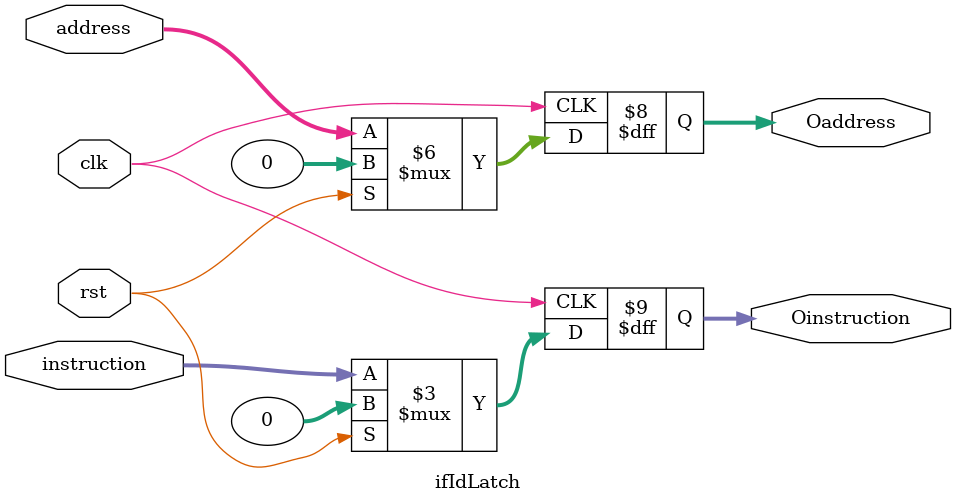
<source format=v>
module ifIdLatch(address, instruction, Oaddress, Oinstruction, clk, rst);
	input [31:0] address, instruction;
	input clk, rst;
	output reg [31:0] Oaddress, Oinstruction;
	always@(posedge clk)begin
		if(rst)begin
			Oaddress <= 32'd0;
			Oinstruction <= 32'd0;end
		else begin
		Oaddress <=address;
		Oinstruction <=instruction;
	end
	end
endmodule


</source>
